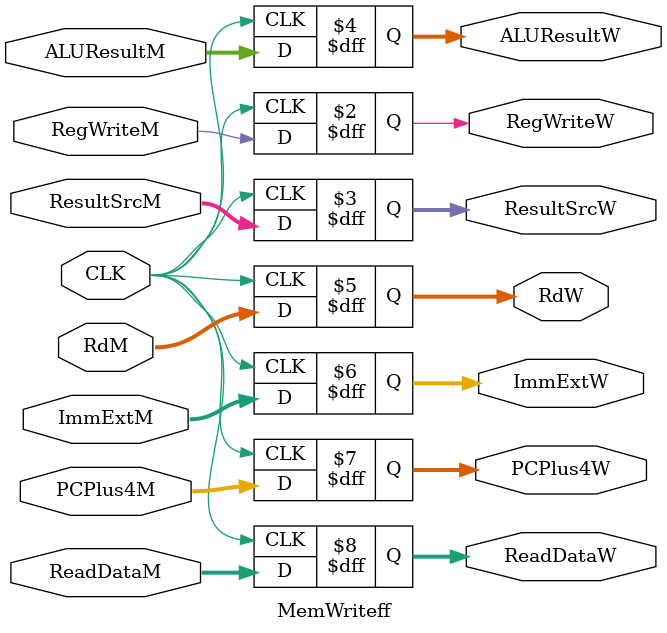
<source format=sv>
module MemWriteff #(
    parameter WIDTH = 32
)(
    input  logic             CLK,
    input  logic             RegWriteM,
    input  logic [1:0]       ResultSrcM,
    input  logic [WIDTH-1:0] ALUResultM,
    input  logic [11:7]      RdM,
    input  logic [WIDTH-1:0] ImmExtM,
    input  logic [WIDTH-1:0] PCPlus4M,
    input  logic [WIDTH-1:0] ReadDataM,
    output logic             RegWriteW,
    output logic [1:0]       ResultSrcW,
    output logic [WIDTH-1:0] ALUResultW,
    output logic [11:7]      RdW,    
    output logic [WIDTH-1:0] ImmExtW,
    output logic [WIDTH-1:0] PCPlus4W,
    output logic [WIDTH-1:0] ReadDataW
);

    always_ff @(posedge CLK) begin
        RegWriteW <= RegWriteM;
        ResultSrcW <=ResultSrcM;
        ALUResultW <= ALUResultM;
        RdW <= RdM;
        ImmExtW <= ImmExtM;
        PCPlus4W <= PCPlus4M;
        ReadDataW <= ReadDataM;
    end

endmodule

</source>
